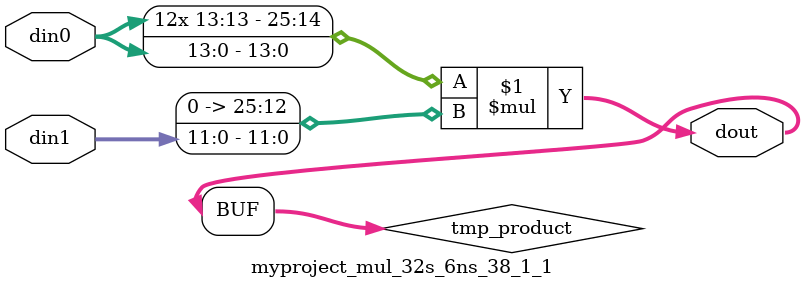
<source format=v>

`timescale 1 ns / 1 ps

  module myproject_mul_32s_6ns_38_1_1(din0, din1, dout);
parameter ID = 1;
parameter NUM_STAGE = 0;
parameter din0_WIDTH = 14;
parameter din1_WIDTH = 12;
parameter dout_WIDTH = 26;

input [din0_WIDTH - 1 : 0] din0; 
input [din1_WIDTH - 1 : 0] din1; 
output [dout_WIDTH - 1 : 0] dout;

wire signed [dout_WIDTH - 1 : 0] tmp_product;












assign tmp_product = $signed(din0) * $signed({1'b0, din1});









assign dout = tmp_product;







endmodule

</source>
